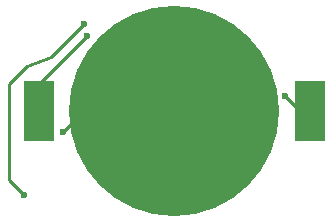
<source format=gbl>
G04 #@! TF.FileFunction,Copper,L2,Bot,Signal*
%FSLAX46Y46*%
G04 Gerber Fmt 4.6, Leading zero omitted, Abs format (unit mm)*
G04 Created by KiCad (PCBNEW 4.0.6) date 05/11/17 00:54:59*
%MOMM*%
%LPD*%
G01*
G04 APERTURE LIST*
%ADD10C,0.100000*%
%ADD11R,2.500000X5.100000*%
%ADD12C,17.800000*%
%ADD13C,0.600000*%
%ADD14C,0.250000*%
G04 APERTURE END LIST*
D10*
D11*
X160040000Y-100330000D03*
X137140000Y-100330000D03*
D12*
X148590000Y-100330000D03*
D13*
X141224000Y-93980000D03*
X157988000Y-99060000D03*
X140970000Y-92964000D03*
X135890000Y-107442000D03*
X139192000Y-102108000D03*
D14*
X141224000Y-93980000D02*
X137140000Y-98064000D01*
X137140000Y-98064000D02*
X137140000Y-100330000D01*
X157988000Y-99060000D02*
X159258000Y-100330000D01*
X159258000Y-100330000D02*
X160040000Y-100330000D01*
X140970000Y-92964000D02*
X138176000Y-95758000D01*
X138176000Y-95758000D02*
X136144000Y-96520000D01*
X136144000Y-96520000D02*
X134620000Y-98044000D01*
X134620000Y-98044000D02*
X134620000Y-106172000D01*
X134620000Y-106172000D02*
X135890000Y-107442000D01*
X139192000Y-102108000D02*
X140970000Y-100330000D01*
X140970000Y-100330000D02*
X148590000Y-100330000D01*
M02*

</source>
